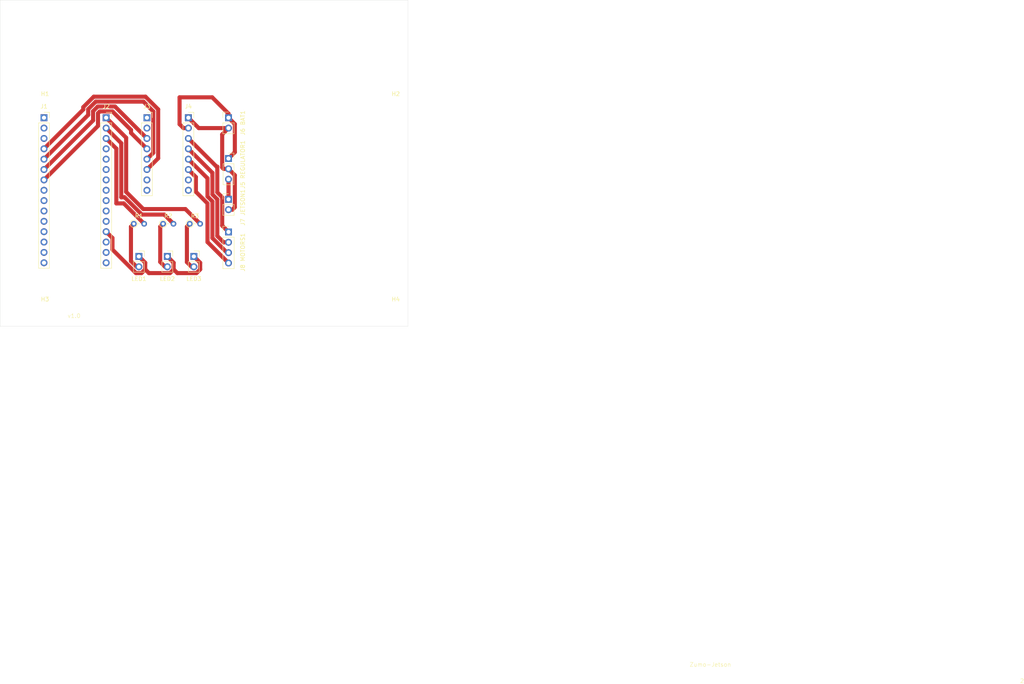
<source format=kicad_pcb>
(kicad_pcb (version 20241229) (generator "pcbnew") (generator_version "9.0")
  (layers (0 "F.Cu" signal) (2 "B.Cu" signal) (13 "F.Paste" user) (15 "B.Paste" user) (5 "F.SilkS" user "F.Silkscreen") (7 "B.SilkS" user "B.Silkscreen") (1 "F.Mask" user) (3 "B.Mask" user) (25 "Edge.Cuts" user))
  (net 0 "")
  (net 4 "Net-(J1-A1)")
  (net 8 "Net-(J1-A2)")
  (net 10 "Net-(J1-A3)")
  (net 15 "Net-(J1-A0)")
  (net 16 "Net-(J2-D11)")
  (net 17 "Net-(J2-D10)")
  (net 26 "Net-(J2-D12)")
  (net 36 "Net-(J4-VIN)")
  (net 37 "Net-(J4-AOUT2)")
  (net 38 "Net-(J4-GND)")
  (net 39 "Net-(J4-BOUT2)")
  (net 40 "Net-(J4-BOUT1)")
  (net 41 "Net-(J4-AOUT1)")
  (net 42 "Net-(J2-GND)")
  (net 43 "Net-(J5 REGULATOR1-VOUT)")
  (net 44 "Net-(LED1-A)")
  (net 45 "Net-(LED2-A)")
  (net 46 "Net-(LED3-A)")
  (footprint "MountingHole:MountingHole_2.7mm_M2.5" (layer "F.Cu") (at 30 103)
    (property "Reference" "H3" (at 0 -3.65 0) (layer "F.SilkS"))
    (property "Value" "MountingHole")
    (pad "" np_thru_hole circle (at 0 0) (size 2.7 2.7) (drill 2.7) (layers "*.Cu" "*.Mask"))
  )
  (footprint "Connector_PinHeader_2.54mm:PinHeader_1x02_P2.54mm_Vertical" (layer "F.Cu") (at 75 74.84)
    (property "Reference" "J7 JETSON1" (at 3.5 2 90) (layer "F.SilkS"))
    (property "Value" "Conn_01x02_Socket")
    (fp_line (start -1.38 -1.38) (end 0 -1.38) (stroke (width 0.12)) (layer "F.SilkS"))
    (fp_line (start -1.38 0) (end -1.38 -1.38) (stroke (width 0.12)) (layer "F.SilkS"))
    (fp_line (start -1.38 1.27) (end -1.38 3.92) (stroke (width 0.12)) (layer "F.SilkS"))
    (fp_line (start -1.38 1.27) (end 1.38 1.27) (stroke (width 0.12)) (layer "F.SilkS"))
    (fp_line (start -1.38 3.92) (end 1.38 3.92) (stroke (width 0.12)) (layer "F.SilkS"))
    (fp_line (start 1.38 1.27) (end 1.38 3.92) (stroke (width 0.12)) (layer "F.SilkS"))
    (pad "1" thru_hole rect (at 0 0) (size 1.7 1.7) (drill 1) (layers "*.Cu" "*.Mask") (net 43 "Net-(J5 REGULATOR1-VOUT)"))
    (pad "2" thru_hole circle (at 0 2.54) (size 1.7 1.7) (drill 1) (layers "*.Cu" "*.Mask") (net 38 "Net-(J4-GND)"))
  )
  (footprint "MountingHole:MountingHole_2.7mm_M2.5" (layer "F.Cu") (at 30 45)
    (property "Reference" "H1" (at 0 4 0) (layer "F.SilkS"))
    (property "Value" "MountingHole")
    (pad "" np_thru_hole circle (at 0 0) (size 2.7 2.7) (drill 2.7) (layers "*.Cu" "*.Mask"))
  )
  (footprint "Connector_PinSocket_2.54mm:PinSocket_1x15_P2.54mm_Vertical" (layer "F.Cu") (at 29.76 54.84)
    (property "Reference" "J1" (at 0 -2.77 0) (layer "F.SilkS"))
    (property "Value" "Conn_01x15_Socket")
    (fp_line (start -1.33 1.27) (end -1.33 36.89) (stroke (width 0.12)) (layer "F.SilkS"))
    (fp_line (start -1.33 1.27) (end 1.33 1.27) (stroke (width 0.12)) (layer "F.SilkS"))
    (fp_line (start -1.33 36.89) (end 1.33 36.89) (stroke (width 0.12)) (layer "F.SilkS"))
    (fp_line (start 0 -1.33) (end 1.33 -1.33) (stroke (width 0.12)) (layer "F.SilkS"))
    (fp_line (start 1.33 -1.33) (end 1.33 0) (stroke (width 0.12)) (layer "F.SilkS"))
    (fp_line (start 1.33 1.27) (end 1.33 36.89) (stroke (width 0.12)) (layer "F.SilkS"))
    (pad "1" thru_hole rect (at 0 0) (size 1.7 1.7) (drill 1) (layers "*.Cu" "*.Mask"))
    (pad "2" thru_hole circle (at 0 2.54) (size 1.7 1.7) (drill 1) (layers "*.Cu" "*.Mask"))
    (pad "3" thru_hole circle (at 0 5.08) (size 1.7 1.7) (drill 1) (layers "*.Cu" "*.Mask"))
    (pad "4" thru_hole circle (at 0 7.62) (size 1.7 1.7) (drill 1) (layers "*.Cu" "*.Mask") (net 15 "Net-(J1-A0)"))
    (pad "5" thru_hole circle (at 0 10.16) (size 1.7 1.7) (drill 1) (layers "*.Cu" "*.Mask") (net 4 "Net-(J1-A1)"))
    (pad "6" thru_hole circle (at 0 12.7) (size 1.7 1.7) (drill 1) (layers "*.Cu" "*.Mask") (net 8 "Net-(J1-A2)"))
    (pad "7" thru_hole circle (at 0 15.24) (size 1.7 1.7) (drill 1) (layers "*.Cu" "*.Mask") (net 10 "Net-(J1-A3)"))
    (pad "8" thru_hole circle (at 0 17.78) (size 1.7 1.7) (drill 1) (layers "*.Cu" "*.Mask"))
    (pad "9" thru_hole circle (at 0 20.32) (size 1.7 1.7) (drill 1) (layers "*.Cu" "*.Mask"))
    (pad "10" thru_hole circle (at 0 22.86) (size 1.7 1.7) (drill 1) (layers "*.Cu" "*.Mask"))
    (pad "11" thru_hole circle (at 0 25.4) (size 1.7 1.7) (drill 1) (layers "*.Cu" "*.Mask"))
    (pad "12" thru_hole circle (at 0 27.94) (size 1.7 1.7) (drill 1) (layers "*.Cu" "*.Mask"))
    (pad "13" thru_hole circle (at 0 30.48) (size 1.7 1.7) (drill 1) (layers "*.Cu" "*.Mask"))
    (pad "14" thru_hole circle (at 0 33.02) (size 1.7 1.7) (drill 1) (layers "*.Cu" "*.Mask"))
    (pad "15" thru_hole circle (at 0 35.56) (size 1.7 1.7) (drill 1) (layers "*.Cu" "*.Mask"))
  )
  (footprint "Connector_PinSocket_2.54mm:PinSocket_1x08_P2.54mm_Vertical" (layer "F.Cu") (at 65.16 54.84)
    (property "Reference" "J4" (at 0 -2.77 0) (layer "F.SilkS"))
    (property "Value" "Conn_01x08_Socket")
    (fp_line (start -1.33 1.27) (end -1.33 19.11) (stroke (width 0.12)) (layer "F.SilkS"))
    (fp_line (start -1.33 1.27) (end 1.33 1.27) (stroke (width 0.12)) (layer "F.SilkS"))
    (fp_line (start -1.33 19.11) (end 1.33 19.11) (stroke (width 0.12)) (layer "F.SilkS"))
    (fp_line (start 0 -1.33) (end 1.33 -1.33) (stroke (width 0.12)) (layer "F.SilkS"))
    (fp_line (start 1.33 -1.33) (end 1.33 0) (stroke (width 0.12)) (layer "F.SilkS"))
    (fp_line (start 1.33 1.27) (end 1.33 19.11) (stroke (width 0.12)) (layer "F.SilkS"))
    (pad "1" thru_hole rect (at 0 0) (size 1.7 1.7) (drill 1) (layers "*.Cu" "*.Mask") (net 38 "Net-(J4-GND)"))
    (pad "2" thru_hole circle (at 0 2.54) (size 1.7 1.7) (drill 1) (layers "*.Cu" "*.Mask") (net 36 "Net-(J4-VIN)"))
    (pad "3" thru_hole circle (at 0 5.08) (size 1.7 1.7) (drill 1) (layers "*.Cu" "*.Mask") (net 40 "Net-(J4-BOUT1)"))
    (pad "4" thru_hole circle (at 0 7.62) (size 1.7 1.7) (drill 1) (layers "*.Cu" "*.Mask") (net 39 "Net-(J4-BOUT2)"))
    (pad "5" thru_hole circle (at 0 10.16) (size 1.7 1.7) (drill 1) (layers "*.Cu" "*.Mask") (net 37 "Net-(J4-AOUT2)"))
    (pad "6" thru_hole circle (at 0 12.7) (size 1.7 1.7) (drill 1) (layers "*.Cu" "*.Mask") (net 41 "Net-(J4-AOUT1)"))
    (pad "7" thru_hole circle (at 0 15.24) (size 1.7 1.7) (drill 1) (layers "*.Cu" "*.Mask"))
    (pad "8" thru_hole circle (at 0 17.78) (size 1.7 1.7) (drill 1) (layers "*.Cu" "*.Mask"))
  )
  (footprint "Resistor_THT:R_Axial_DIN0204_L3.6mm_D1.6mm_P2.54mm_Vertical" (layer "F.Cu") (at 58.96 80.84)
    (property "Reference" "R2" (at 1.27 -1.92 0) (layer "F.SilkS"))
    (property "Value" "1K")
    (fp_line (start 0.92 0) (end 1.54 0) (stroke (width 0.12)) (layer "F.SilkS"))
    (fp_circle (center 0 0) (end 0.92 0) (stroke (width 0.12)) (fill no) (layer "F.SilkS"))
    (pad "1" thru_hole circle (at 0 0) (size 1.4 1.4) (drill 0.7) (layers "*.Cu" "*.Mask") (net 45 "Net-(LED2-A)"))
    (pad "2" thru_hole circle (at 2.54 0) (size 1.4 1.4) (drill 0.7) (layers "*.Cu" "*.Mask") (net 16 "Net-(J2-D11)"))
  )
  (footprint "Connector_PinSocket_2.54mm:PinSocket_1x02_P2.54mm_Vertical" (layer "F.Cu") (at 60 88.84)
    (property "Reference" "LED2" (at 0 5.5 0) (layer "F.SilkS"))
    (property "Value" "LED")
    (fp_line (start -1.33 1.27) (end -1.33 3.87) (stroke (width 0.12)) (layer "F.SilkS"))
    (fp_line (start -1.33 1.27) (end 1.33 1.27) (stroke (width 0.12)) (layer "F.SilkS"))
    (fp_line (start -1.33 3.87) (end 1.33 3.87) (stroke (width 0.12)) (layer "F.SilkS"))
    (fp_line (start 0 -1.33) (end 1.33 -1.33) (stroke (width 0.12)) (layer "F.SilkS"))
    (fp_line (start 1.33 -1.33) (end 1.33 0) (stroke (width 0.12)) (layer "F.SilkS"))
    (fp_line (start 1.33 1.27) (end 1.33 3.87) (stroke (width 0.12)) (layer "F.SilkS"))
    (pad "1" thru_hole rect (at 0 0) (size 1.7 1.7) (drill 1) (layers "*.Cu" "*.Mask") (net 42 "Net-(J2-GND)"))
    (pad "2" thru_hole circle (at 0 2.54) (size 1.7 1.7) (drill 1) (layers "*.Cu" "*.Mask") (net 45 "Net-(LED2-A)"))
  )
  (footprint "Connector_PinHeader_2.54mm:PinHeader_1x04_P2.54mm_Vertical" (layer "F.Cu") (at 75 82.84)
    (property "Reference" "J8 MOTORS1" (at 3.5 5 90) (layer "F.SilkS"))
    (property "Value" "Conn_01x04_Socket")
    (fp_line (start -1.38 -1.38) (end 0 -1.38) (stroke (width 0.12)) (layer "F.SilkS"))
    (fp_line (start -1.38 0) (end -1.38 -1.38) (stroke (width 0.12)) (layer "F.SilkS"))
    (fp_line (start -1.38 1.27) (end -1.38 9) (stroke (width 0.12)) (layer "F.SilkS"))
    (fp_line (start -1.38 1.27) (end 1.38 1.27) (stroke (width 0.12)) (layer "F.SilkS"))
    (fp_line (start -1.38 9) (end 1.38 9) (stroke (width 0.12)) (layer "F.SilkS"))
    (fp_line (start 1.38 1.27) (end 1.38 9) (stroke (width 0.12)) (layer "F.SilkS"))
    (pad "1" thru_hole rect (at 0 0) (size 1.7 1.7) (drill 1) (layers "*.Cu" "*.Mask") (net 40 "Net-(J4-BOUT1)"))
    (pad "2" thru_hole circle (at 0 2.54) (size 1.7 1.7) (drill 1) (layers "*.Cu" "*.Mask") (net 39 "Net-(J4-BOUT2)"))
    (pad "3" thru_hole circle (at 0 5.08) (size 1.7 1.7) (drill 1) (layers "*.Cu" "*.Mask") (net 37 "Net-(J4-AOUT2)"))
    (pad "4" thru_hole circle (at 0 7.62) (size 1.7 1.7) (drill 1) (layers "*.Cu" "*.Mask") (net 41 "Net-(J4-AOUT1)"))
  )
  (footprint "Connector_PinSocket_2.54mm:PinSocket_1x03_P2.54mm_Vertical" (layer "F.Cu") (at 75 64.84)
    (property "Reference" "J5 REGULATOR1" (at 3.5 1.5 90) (layer "F.SilkS"))
    (property "Value" "Conn_01x03_Socket")
    (fp_line (start -1.33 1.27) (end -1.33 6.41) (stroke (width 0.12)) (layer "F.SilkS"))
    (fp_line (start -1.33 1.27) (end 1.33 1.27) (stroke (width 0.12)) (layer "F.SilkS"))
    (fp_line (start -1.33 6.41) (end 1.33 6.41) (stroke (width 0.12)) (layer "F.SilkS"))
    (fp_line (start 0 -1.33) (end 1.33 -1.33) (stroke (width 0.12)) (layer "F.SilkS"))
    (fp_line (start 1.33 -1.33) (end 1.33 0) (stroke (width 0.12)) (layer "F.SilkS"))
    (fp_line (start 1.33 1.27) (end 1.33 6.41) (stroke (width 0.12)) (layer "F.SilkS"))
    (pad "1" thru_hole rect (at 0 0) (size 1.7 1.7) (drill 1) (layers "*.Cu" "*.Mask") (net 36 "Net-(J4-VIN)"))
    (pad "2" thru_hole circle (at 0 2.54) (size 1.7 1.7) (drill 1) (layers "*.Cu" "*.Mask") (net 38 "Net-(J4-GND)"))
    (pad "3" thru_hole circle (at 0 5.08) (size 1.7 1.7) (drill 1) (layers "*.Cu" "*.Mask") (net 43 "Net-(J5 REGULATOR1-VOUT)"))
  )
  (footprint "Connector_PinSocket_2.54mm:PinSocket_1x08_P2.54mm_Vertical" (layer "F.Cu") (at 55 54.84)
    (property "Reference" "J3" (at 0 -2.77 0) (layer "F.SilkS"))
    (property "Value" "Conn_01x08_Socket")
    (fp_line (start -1.33 1.27) (end -1.33 19.11) (stroke (width 0.12)) (layer "F.SilkS"))
    (fp_line (start -1.33 1.27) (end 1.33 1.27) (stroke (width 0.12)) (layer "F.SilkS"))
    (fp_line (start -1.33 19.11) (end 1.33 19.11) (stroke (width 0.12)) (layer "F.SilkS"))
    (fp_line (start 0 -1.33) (end 1.33 -1.33) (stroke (width 0.12)) (layer "F.SilkS"))
    (fp_line (start 1.33 -1.33) (end 1.33 0) (stroke (width 0.12)) (layer "F.SilkS"))
    (fp_line (start 1.33 1.27) (end 1.33 19.11) (stroke (width 0.12)) (layer "F.SilkS"))
    (pad "1" thru_hole rect (at 0 0) (size 1.7 1.7) (drill 1) (layers "*.Cu" "*.Mask"))
    (pad "2" thru_hole circle (at 0 2.54) (size 1.7 1.7) (drill 1) (layers "*.Cu" "*.Mask"))
    (pad "3" thru_hole circle (at 0 5.08) (size 1.7 1.7) (drill 1) (layers "*.Cu" "*.Mask") (net 8 "Net-(J1-A2)"))
    (pad "4" thru_hole circle (at 0 7.62) (size 1.7 1.7) (drill 1) (layers "*.Cu" "*.Mask") (net 10 "Net-(J1-A3)"))
    (pad "5" thru_hole circle (at 0 10.16) (size 1.7 1.7) (drill 1) (layers "*.Cu" "*.Mask") (net 4 "Net-(J1-A1)"))
    (pad "6" thru_hole circle (at 0 12.7) (size 1.7 1.7) (drill 1) (layers "*.Cu" "*.Mask") (net 15 "Net-(J1-A0)"))
    (pad "7" thru_hole circle (at 0 15.24) (size 1.7 1.7) (drill 1) (layers "*.Cu" "*.Mask"))
    (pad "8" thru_hole circle (at 0 17.78) (size 1.7 1.7) (drill 1) (layers "*.Cu" "*.Mask"))
  )
  (footprint "Resistor_THT:R_Axial_DIN0204_L3.6mm_D1.6mm_P2.54mm_Vertical" (layer "F.Cu") (at 51.78 80.84)
    (property "Reference" "R1" (at 1.27 -1.92 0) (layer "F.SilkS"))
    (property "Value" "1K")
    (fp_line (start 0.92 0) (end 1.54 0) (stroke (width 0.12)) (layer "F.SilkS"))
    (fp_circle (center 0 0) (end 0.92 0) (stroke (width 0.12)) (fill no) (layer "F.SilkS"))
    (pad "1" thru_hole circle (at 0 0) (size 1.4 1.4) (drill 0.7) (layers "*.Cu" "*.Mask") (net 44 "Net-(LED1-A)"))
    (pad "2" thru_hole circle (at 2.54 0) (size 1.4 1.4) (drill 0.7) (layers "*.Cu" "*.Mask") (net 17 "Net-(J2-D10)"))
  )
  (footprint "MountingHole:MountingHole_2.7mm_M2.5" (layer "F.Cu") (at 116 45)
    (property "Reference" "H2" (at 0 4 0) (layer "F.SilkS"))
    (property "Value" "MountingHole")
    (pad "" np_thru_hole circle (at 0 0) (size 2.7 2.7) (drill 2.7) (layers "*.Cu" "*.Mask"))
  )
  (footprint "Connector_PinHeader_2.54mm:PinHeader_1x02_P2.54mm_Vertical" (layer "F.Cu") (at 75 54.84)
    (property "Reference" "J6 BAT1" (at 3.5 1.27 90) (layer "F.SilkS"))
    (property "Value" "Conn_01x02_Socket")
    (fp_line (start -1.38 -1.38) (end 0 -1.38) (stroke (width 0.12)) (layer "F.SilkS"))
    (fp_line (start -1.38 0) (end -1.38 -1.38) (stroke (width 0.12)) (layer "F.SilkS"))
    (fp_line (start -1.38 1.27) (end -1.38 3.92) (stroke (width 0.12)) (layer "F.SilkS"))
    (fp_line (start -1.38 1.27) (end 1.38 1.27) (stroke (width 0.12)) (layer "F.SilkS"))
    (fp_line (start -1.38 3.92) (end 1.38 3.92) (stroke (width 0.12)) (layer "F.SilkS"))
    (fp_line (start 1.38 1.27) (end 1.38 3.92) (stroke (width 0.12)) (layer "F.SilkS"))
    (pad "1" thru_hole rect (at 0 0) (size 1.7 1.7) (drill 1) (layers "*.Cu" "*.Mask") (net 36 "Net-(J4-VIN)"))
    (pad "2" thru_hole circle (at 0 2.54) (size 1.7 1.7) (drill 1) (layers "*.Cu" "*.Mask") (net 38 "Net-(J4-GND)"))
  )
  (footprint "Resistor_THT:R_Axial_DIN0204_L3.6mm_D1.6mm_P2.54mm_Vertical" (layer "F.Cu") (at 65.5 80.84)
    (property "Reference" "R3" (at 1.27 -1.92 0) (layer "F.SilkS"))
    (property "Value" "1K")
    (fp_line (start 0.92 0) (end 1.54 0) (stroke (width 0.12)) (layer "F.SilkS"))
    (fp_circle (center 0 0) (end 0.92 0) (stroke (width 0.12)) (fill no) (layer "F.SilkS"))
    (pad "1" thru_hole circle (at 0 0) (size 1.4 1.4) (drill 0.7) (layers "*.Cu" "*.Mask") (net 46 "Net-(LED3-A)"))
    (pad "2" thru_hole circle (at 2.54 0) (size 1.4 1.4) (drill 0.7) (layers "*.Cu" "*.Mask") (net 26 "Net-(J2-D12)"))
  )
  (footprint "Connector_PinSocket_2.54mm:PinSocket_1x02_P2.54mm_Vertical" (layer "F.Cu") (at 66.5 88.84)
    (property "Reference" "LED3" (at 0 5.5 0) (layer "F.SilkS"))
    (property "Value" "LED")
    (fp_line (start -1.33 1.27) (end -1.33 3.87) (stroke (width 0.12)) (layer "F.SilkS"))
    (fp_line (start -1.33 1.27) (end 1.33 1.27) (stroke (width 0.12)) (layer "F.SilkS"))
    (fp_line (start -1.33 3.87) (end 1.33 3.87) (stroke (width 0.12)) (layer "F.SilkS"))
    (fp_line (start 0 -1.33) (end 1.33 -1.33) (stroke (width 0.12)) (layer "F.SilkS"))
    (fp_line (start 1.33 -1.33) (end 1.33 0) (stroke (width 0.12)) (layer "F.SilkS"))
    (fp_line (start 1.33 1.27) (end 1.33 3.87) (stroke (width 0.12)) (layer "F.SilkS"))
    (pad "1" thru_hole rect (at 0 0) (size 1.7 1.7) (drill 1) (layers "*.Cu" "*.Mask") (net 42 "Net-(J2-GND)"))
    (pad "2" thru_hole circle (at 0 2.54) (size 1.7 1.7) (drill 1) (layers "*.Cu" "*.Mask") (net 46 "Net-(LED3-A)"))
  )
  (footprint "MountingHole:MountingHole_2.7mm_M2.5" (layer "F.Cu") (at 116 103)
    (property "Reference" "H4" (at 0 -3.65 0) (layer "F.SilkS"))
    (property "Value" "MountingHole")
    (pad "" np_thru_hole circle (at 0 0) (size 2.7 2.7) (drill 2.7) (layers "*.Cu" "*.Mask"))
  )
  (footprint "Connector_PinSocket_2.54mm:PinSocket_1x02_P2.54mm_Vertical" (layer "F.Cu") (at 53.025 88.84)
    (property "Reference" "LED1" (at 0 5.5 0) (layer "F.SilkS"))
    (property "Value" "LED")
    (fp_line (start -1.33 1.27) (end -1.33 3.87) (stroke (width 0.12)) (layer "F.SilkS"))
    (fp_line (start -1.33 1.27) (end 1.33 1.27) (stroke (width 0.12)) (layer "F.SilkS"))
    (fp_line (start -1.33 3.87) (end 1.33 3.87) (stroke (width 0.12)) (layer "F.SilkS"))
    (fp_line (start 0 -1.33) (end 1.33 -1.33) (stroke (width 0.12)) (layer "F.SilkS"))
    (fp_line (start 1.33 -1.33) (end 1.33 0) (stroke (width 0.12)) (layer "F.SilkS"))
    (fp_line (start 1.33 1.27) (end 1.33 3.87) (stroke (width 0.12)) (layer "F.SilkS"))
    (pad "1" thru_hole rect (at 0 0) (size 1.7 1.7) (drill 1) (layers "*.Cu" "*.Mask") (net 42 "Net-(J2-GND)"))
    (pad "2" thru_hole circle (at 0 2.54) (size 1.7 1.7) (drill 1) (layers "*.Cu" "*.Mask") (net 44 "Net-(LED1-A)"))
  )
  (footprint "Connector_PinSocket_2.54mm:PinSocket_1x15_P2.54mm_Vertical" (layer "F.Cu") (at 45 54.84)
    (property "Reference" "J2" (at 0 -2.77 0) (layer "F.SilkS"))
    (property "Value" "Conn_01x15_Socket")
    (fp_line (start -1.33 1.27) (end -1.33 36.89) (stroke (width 0.12)) (layer "F.SilkS"))
    (fp_line (start -1.33 1.27) (end 1.33 1.27) (stroke (width 0.12)) (layer "F.SilkS"))
    (fp_line (start -1.33 36.89) (end 1.33 36.89) (stroke (width 0.12)) (layer "F.SilkS"))
    (fp_line (start 0 -1.33) (end 1.33 -1.33) (stroke (width 0.12)) (layer "F.SilkS"))
    (fp_line (start 1.33 -1.33) (end 1.33 0) (stroke (width 0.12)) (layer "F.SilkS"))
    (fp_line (start 1.33 1.27) (end 1.33 36.89) (stroke (width 0.12)) (layer "F.SilkS"))
    (pad "1" thru_hole rect (at 0 0) (size 1.7 1.7) (drill 1) (layers "*.Cu" "*.Mask") (net 26 "Net-(J2-D12)"))
    (pad "2" thru_hole circle (at 0 2.54) (size 1.7 1.7) (drill 1) (layers "*.Cu" "*.Mask") (net 16 "Net-(J2-D11)"))
    (pad "3" thru_hole circle (at 0 5.08) (size 1.7 1.7) (drill 1) (layers "*.Cu" "*.Mask") (net 17 "Net-(J2-D10)"))
    (pad "4" thru_hole circle (at 0 7.62) (size 1.7 1.7) (drill 1) (layers "*.Cu" "*.Mask"))
    (pad "5" thru_hole circle (at 0 10.16) (size 1.7 1.7) (drill 1) (layers "*.Cu" "*.Mask"))
    (pad "6" thru_hole circle (at 0 12.7) (size 1.7 1.7) (drill 1) (layers "*.Cu" "*.Mask"))
    (pad "7" thru_hole circle (at 0 15.24) (size 1.7 1.7) (drill 1) (layers "*.Cu" "*.Mask"))
    (pad "8" thru_hole circle (at 0 17.78) (size 1.7 1.7) (drill 1) (layers "*.Cu" "*.Mask"))
    (pad "9" thru_hole circle (at 0 20.32) (size 1.7 1.7) (drill 1) (layers "*.Cu" "*.Mask"))
    (pad "10" thru_hole circle (at 0 22.86) (size 1.7 1.7) (drill 1) (layers "*.Cu" "*.Mask"))
    (pad "11" thru_hole circle (at 0 25.4) (size 1.7 1.7) (drill 1) (layers "*.Cu" "*.Mask"))
    (pad "12" thru_hole circle (at 0 27.94) (size 1.7 1.7) (drill 1) (layers "*.Cu" "*.Mask") (net 42 "Net-(J2-GND)"))
    (pad "13" thru_hole circle (at 0 30.48) (size 1.7 1.7) (drill 1) (layers "*.Cu" "*.Mask"))
    (pad "14" thru_hole circle (at 0 33.02) (size 1.7 1.7) (drill 1) (layers "*.Cu" "*.Mask"))
    (pad "15" thru_hole circle (at 0 35.56) (size 1.7 1.7) (drill 1) (layers "*.Cu" "*.Mask"))
  )
  (gr_rect (start 19 26) (end 119 106) (stroke (width 0.05)) (fill no) (layer "Edge.Cuts"))
  (gr_text "2" (at 269 193.5 0) (layer "F.SilkS") (effects (font (size 1 1) (thickness 0.1)) (justify left bottom)))
  (gr_text "v1.0" (at 35.5 104 0) (layer "F.SilkS") (effects (font (size 1 1) (thickness 0.1)) (justify left bottom)))
  (gr_text "Zumo-Jetson" (at 188 189.5 0) (layer "F.SilkS") (effects (font (size 1 1) (thickness 0.1)) (justify left bottom)))
  (segment (start 40.598002 52.743058) (end 42.45406 50.887) (width 1) (layer "F.Cu") (net 4))
  (segment (start 29.76 65) (end 40.598001 54.161999) (width 1) (layer "F.Cu") (net 4))
  (segment (start 40.598001 54.161999) (end 40.598002 52.743058) (width 1) (layer "F.Cu") (net 4))
  (segment (start 54.149 50.887) (end 56.551 53.289) (width 1) (layer "F.Cu") (net 4))
  (segment (start 56.551 63.449) (end 55 65) (width 1) (layer "F.Cu") (net 4))
  (segment (start 56.551 53.289) (end 56.551 63.449) (width 1) (layer "F.Cu") (net 4))
  (segment (start 42.45406 50.887) (end 54.149 50.887) (width 1) (layer "F.Cu") (net 4))
  (segment (start 41.799001 53.240529) (end 42.95153 52.088) (width 1) (layer "F.Cu") (net 8))
  (segment (start 47.168 52.088) (end 55 59.92) (width 1) (layer "F.Cu") (net 8))
  (segment (start 29.76 67.54) (end 41.799001 55.500999) (width 1) (layer "F.Cu") (net 8))
  (segment (start 42.95153 52.088) (end 47.168 52.088) (width 1) (layer "F.Cu") (net 8))
  (segment (start 41.799001 55.500999) (end 41.799001 53.240529) (width 1) (layer "F.Cu") (net 8))
  (segment (start 51.102999 57.840999) (end 51.102999 58.562999) (width 1) (layer "F.Cu") (net 10))
  (segment (start 46.551 53.289) (end 51.102999 57.840999) (width 1) (layer "F.Cu") (net 10))
  (segment (start 51.102999 58.562999) (end 55 62.46) (width 1) (layer "F.Cu") (net 10))
  (segment (start 43 56.84) (end 43 53.738) (width 1) (layer "F.Cu") (net 10))
  (segment (start 43.449 53.289) (end 46.551 53.289) (width 1) (layer "F.Cu") (net 10))
  (segment (start 43 53.738) (end 43.449 53.289) (width 1) (layer "F.Cu") (net 10))
  (segment (start 29.76 70.08) (end 43 56.84) (width 1) (layer "F.Cu") (net 10))
  (segment (start 57.752 64.788) (end 55 67.54) (width 1) (layer "F.Cu") (net 15))
  (segment (start 29.76 62.46) (end 39.397003 52.822997) (width 1) (layer "F.Cu") (net 15))
  (segment (start 39.397003 52.822997) (end 39.397003 52.245587) (width 1) (layer "F.Cu") (net 15))
  (segment (start 41.95659 49.686) (end 54.646471 49.686001) (width 1) (layer "F.Cu") (net 15))
  (segment (start 54.646471 49.686001) (end 57.752 52.79153) (width 1) (layer "F.Cu") (net 15))
  (segment (start 39.397003 52.245587) (end 41.95659 49.686) (width 1) (layer "F.Cu") (net 15))
  (segment (start 57.752 52.79153) (end 57.752 64.788) (width 1) (layer "F.Cu") (net 15))
  (segment (start 48.701 61.081) (end 45 57.38) (width 1) (layer "F.Cu") (net 16))
  (segment (start 53.759235 78.580765) (end 49.51847 74.34) (width 1) (layer "F.Cu") (net 16))
  (segment (start 49.51847 74.34) (end 48.701 74.34) (width 1) (layer "F.Cu") (net 16))
  (segment (start 59.240765 78.580765) (end 53.759235 78.580765) (width 1) (layer "F.Cu") (net 16))
  (segment (start 48.701 74.34) (end 48.701 61.081) (width 1) (layer "F.Cu") (net 16))
  (segment (start 61.5 80.84) (end 59.240765 78.580765) (width 1) (layer "F.Cu") (net 16))
  (segment (start 54.32 80.84) (end 49.32 75.84) (width 1) (layer "F.Cu") (net 17))
  (segment (start 47.5 75.84) (end 47.5 62.42) (width 1) (layer "F.Cu") (net 17))
  (segment (start 49.32 75.84) (end 47.5 75.84) (width 1) (layer "F.Cu") (net 17))
  (segment (start 47.5 62.42) (end 45 59.92) (width 1) (layer "F.Cu") (net 17))
  (segment (start 68.04 80.84) (end 64.43153 77.23153) (width 1) (layer "F.Cu") (net 26))
  (segment (start 49.901999 59.741999) (end 45 54.84) (width 1) (layer "F.Cu") (net 26))
  (segment (start 64.43153 77.23153) (end 54.10847 77.23153) (width 1) (layer "F.Cu") (net 26))
  (segment (start 54.10847 77.23153) (end 49.902 73.02506) (width 1) (layer "F.Cu") (net 26))
  (segment (start 49.902 73.02506) (end 49.901999 59.741999) (width 1) (layer "F.Cu") (net 26))
  (segment (start 63.957919 57.38) (end 63 56.422081) (width 1) (layer "F.Cu") (net 36))
  (segment (start 63 56.422081) (end 63 49.84) (width 1) (layer "F.Cu") (net 36))
  (segment (start 65.16 57.38) (end 63.957919 57.38) (width 1) (layer "F.Cu") (net 36))
  (segment (start 71 49.84) (end 75 53.84) (width 1) (layer "F.Cu") (net 36))
  (segment (start 75 54.84) (end 76.551 56.391) (width 1) (layer "F.Cu") (net 36))
  (segment (start 76.551 56.391) (end 76.551 63.289) (width 1) (layer "F.Cu") (net 36))
  (segment (start 76.551 63.289) (end 75 64.84) (width 1) (layer "F.Cu") (net 36))
  (segment (start 63 49.84) (end 71 49.84) (width 1) (layer "F.Cu") (net 36))
  (segment (start 75 53.84) (end 75 54.84) (width 1) (layer "F.Cu") (net 36))
  (segment (start 69.846001 69.686001) (end 69.846003 74.139003) (width 1) (layer "F.Cu") (net 37))
  (segment (start 74.639449 87.92) (end 75 87.92) (width 1) (layer "F.Cu") (net 37))
  (segment (start 69.846003 74.139003) (end 71.047 75.34) (width 1) (layer "F.Cu") (net 37))
  (segment (start 65.16 65) (end 69.846001 69.686001) (width 1) (layer "F.Cu") (net 37))
  (segment (start 71.047001 84.327552) (end 74.639449 87.92) (width 1) (layer "F.Cu") (net 37))
  (segment (start 71.047 75.34) (end 71.047001 84.327552) (width 1) (layer "F.Cu") (net 37))
  (segment (start 75 67.38) (end 76.551 68.931) (width 1) (layer "F.Cu") (net 38))
  (segment (start 75.96 77.38) (end 75 77.38) (width 1) (layer "F.Cu") (net 38))
  (segment (start 67.7 57.38) (end 75 57.38) (width 1) (layer "F.Cu") (net 38))
  (segment (start 76.551 68.931) (end 76.551 76.789) (width 1) (layer "F.Cu") (net 38))
  (segment (start 73.449 67.031081) (end 73.797919 67.38) (width 1) (layer "F.Cu") (net 38))
  (segment (start 76.551 76.789) (end 75.96 77.38) (width 1) (layer "F.Cu") (net 38))
  (segment (start 75 57.38) (end 73.449 58.931) (width 1) (layer "F.Cu") (net 38))
  (segment (start 65.16 54.84) (end 67.7 57.38) (width 1) (layer "F.Cu") (net 38))
  (segment (start 73.797919 67.38) (end 75 67.38) (width 1) (layer "F.Cu") (net 38))
  (segment (start 73.449 58.931) (end 73.449 67.031081) (width 1) (layer "F.Cu") (net 38))
  (segment (start 73.797919 85.38) (end 75 85.38) (width 1) (layer "F.Cu") (net 39))
  (segment (start 72.248 83.830081) (end 73.797919 85.38) (width 1) (layer "F.Cu") (net 39))
  (segment (start 71.047002 73.639002) (end 72.248 74.84) (width 1) (layer "F.Cu") (net 39))
  (segment (start 65.16 62.46) (end 71.047001 68.347001) (width 1) (layer "F.Cu") (net 39))
  (segment (start 71.047001 68.347001) (end 71.047002 73.639002) (width 1) (layer "F.Cu") (net 39))
  (segment (start 72.248 74.84) (end 72.248 83.830081) (width 1) (layer "F.Cu") (net 39))
  (segment (start 72.08 66.84) (end 72.248001 66.84) (width 1) (layer "F.Cu") (net 40))
  (segment (start 73.449 81.289) (end 75 82.84) (width 1) (layer "F.Cu") (net 40))
  (segment (start 65.16 59.92) (end 72.08 66.84) (width 1) (layer "F.Cu") (net 40))
  (segment (start 73.449 74.34) (end 73.449 81.289) (width 1) (layer "F.Cu") (net 40))
  (segment (start 72.248001 73.139001) (end 73.449 74.34) (width 1) (layer "F.Cu") (net 40))
  (segment (start 72.248001 66.84) (end 72.248001 73.139001) (width 1) (layer "F.Cu") (net 40))
  (segment (start 69.846002 85.306002) (end 75 90.46) (width 1) (layer "F.Cu") (net 41))
  (segment (start 67 69.38) (end 67 72.994) (width 1) (layer "F.Cu") (net 41))
  (segment (start 67 72.994) (end 69.846 75.84) (width 1) (layer "F.Cu") (net 41))
  (segment (start 69.846 75.84) (end 69.846002 85.306002) (width 1) (layer "F.Cu") (net 41))
  (segment (start 65.16 67.54) (end 67 69.38) (width 1) (layer "F.Cu") (net 41))
  (segment (start 46.551 84.331) (end 45 82.78) (width 1) (layer "F.Cu") (net 42))
  (segment (start 68.051 92.022446) (end 67.142446 92.931) (width 1) (layer "F.Cu") (net 42))
  (segment (start 67.142446 92.931) (end 62.459554 92.931) (width 1) (layer "F.Cu") (net 42))
  (segment (start 54.576 90.391) (end 54.576 92.022446) (width 1) (layer "F.Cu") (net 42))
  (segment (start 53.667446 92.931) (end 52.31553 92.931) (width 1) (layer "F.Cu") (net 42))
  (segment (start 46.551 87.16647) (end 46.551 84.331) (width 1) (layer "F.Cu") (net 42))
  (segment (start 68.051 90.391) (end 68.051 92.022446) (width 1) (layer "F.Cu") (net 42))
  (segment (start 52.31553 92.931) (end 46.551 87.16647) (width 1) (layer "F.Cu") (net 42))
  (segment (start 54.576 92.022446) (end 53.667446 92.931) (width 1) (layer "F.Cu") (net 42))
  (segment (start 62.459554 92.931) (end 61.551 92.022446) (width 1) (layer "F.Cu") (net 42))
  (segment (start 53.025 88.84) (end 54.576 90.391) (width 1) (layer "F.Cu") (net 42))
  (segment (start 61.551 92.022446) (end 60.642446 92.931) (width 1) (layer "F.Cu") (net 42))
  (segment (start 60 88.84) (end 61.551 90.391) (width 1) (layer "F.Cu") (net 42))
  (segment (start 66.5 88.84) (end 68.051 90.391) (width 1) (layer "F.Cu") (net 42))
  (segment (start 60.642446 92.931) (end 55.484554 92.931) (width 1) (layer "F.Cu") (net 42))
  (segment (start 55.484554 92.931) (end 54.576 92.022446) (width 1) (layer "F.Cu") (net 42))
  (segment (start 61.551 90.391) (end 61.551 92.022446) (width 1) (layer "F.Cu") (net 42))
  (segment (start 75 69.92) (end 75 74.84) (width 1) (layer "F.Cu") (net 43))
  (segment (start 53.025 91.38) (end 52.463 91.38) (width 1) (layer "F.Cu") (net 44))
  (segment (start 51.08 89.997) (end 51.08 81.54) (width 1) (layer "F.Cu") (net 44))
  (segment (start 51.08 81.54) (end 51.78 80.84) (width 1) (layer "F.Cu") (net 44))
  (segment (start 52.463 91.38) (end 51.08 89.997) (width 1) (layer "F.Cu") (net 44))
  (segment (start 60 91.38) (end 59.438 91.38) (width 1) (layer "F.Cu") (net 45))
  (segment (start 58.26 81.54) (end 58.96 80.84) (width 1) (layer "F.Cu") (net 45))
  (segment (start 58.26 90.202) (end 58.26 81.54) (width 1) (layer "F.Cu") (net 45))
  (segment (start 59.438 91.38) (end 58.26 90.202) (width 1) (layer "F.Cu") (net 45))
  (segment (start 64.8 81.54) (end 65.5 80.84) (width 1) (layer "F.Cu") (net 46))
  (segment (start 64.8 90.242) (end 64.8 81.54) (width 1) (layer "F.Cu") (net 46))
  (segment (start 66.5 91.38) (end 65.938 91.38) (width 1) (layer "F.Cu") (net 46))
  (segment (start 65.938 91.38) (end 64.8 90.242) (width 1) (layer "F.Cu") (net 46))
)
</source>
